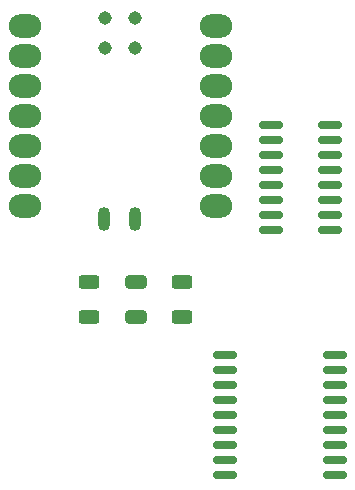
<source format=gbr>
%TF.GenerationSoftware,KiCad,Pcbnew,(6.0.6)*%
%TF.CreationDate,2022-07-29T16:25:05-07:00*%
%TF.ProjectId,ubitx raduino clone daughter board,75626974-7820-4726-9164-75696e6f2063,rev?*%
%TF.SameCoordinates,Original*%
%TF.FileFunction,Paste,Bot*%
%TF.FilePolarity,Positive*%
%FSLAX46Y46*%
G04 Gerber Fmt 4.6, Leading zero omitted, Abs format (unit mm)*
G04 Created by KiCad (PCBNEW (6.0.6)) date 2022-07-29 16:25:05*
%MOMM*%
%LPD*%
G01*
G04 APERTURE LIST*
G04 Aperture macros list*
%AMRoundRect*
0 Rectangle with rounded corners*
0 $1 Rounding radius*
0 $2 $3 $4 $5 $6 $7 $8 $9 X,Y pos of 4 corners*
0 Add a 4 corners polygon primitive as box body*
4,1,4,$2,$3,$4,$5,$6,$7,$8,$9,$2,$3,0*
0 Add four circle primitives for the rounded corners*
1,1,$1+$1,$2,$3*
1,1,$1+$1,$4,$5*
1,1,$1+$1,$6,$7*
1,1,$1+$1,$8,$9*
0 Add four rect primitives between the rounded corners*
20,1,$1+$1,$2,$3,$4,$5,0*
20,1,$1+$1,$4,$5,$6,$7,0*
20,1,$1+$1,$6,$7,$8,$9,0*
20,1,$1+$1,$8,$9,$2,$3,0*%
G04 Aperture macros list end*
%ADD10RoundRect,0.150000X-0.875000X-0.150000X0.875000X-0.150000X0.875000X0.150000X-0.875000X0.150000X0*%
%ADD11RoundRect,0.250000X0.625000X-0.312500X0.625000X0.312500X-0.625000X0.312500X-0.625000X-0.312500X0*%
%ADD12O,2.748280X1.998980*%
%ADD13O,1.016000X2.032000*%
%ADD14C,1.143000*%
%ADD15RoundRect,0.250000X-0.625000X0.312500X-0.625000X-0.312500X0.625000X-0.312500X0.625000X0.312500X0*%
%ADD16RoundRect,0.150000X0.825000X0.150000X-0.825000X0.150000X-0.825000X-0.150000X0.825000X-0.150000X0*%
%ADD17RoundRect,0.250000X-0.650000X0.325000X-0.650000X-0.325000X0.650000X-0.325000X0.650000X0.325000X0*%
G04 APERTURE END LIST*
D10*
%TO.C,U1*%
X163748000Y-98764000D03*
X163748000Y-97494000D03*
X163748000Y-96224000D03*
X163748000Y-94954000D03*
X163748000Y-93684000D03*
X163748000Y-92414000D03*
X163748000Y-91144000D03*
X163748000Y-89874000D03*
X163748000Y-88604000D03*
X173048000Y-88604000D03*
X173048000Y-89874000D03*
X173048000Y-91144000D03*
X173048000Y-92414000D03*
X173048000Y-93684000D03*
X173048000Y-94954000D03*
X173048000Y-96224000D03*
X173048000Y-97494000D03*
X173048000Y-98764000D03*
%TD*%
D11*
%TO.C,R2*%
X152269000Y-85367500D03*
X152269000Y-82442500D03*
%TD*%
D12*
%TO.C,M1*%
X162971290Y-60776490D03*
X162971290Y-63316490D03*
X162971290Y-65856490D03*
X162971290Y-68396490D03*
X162971290Y-70936490D03*
X162971290Y-73476490D03*
X162971290Y-76016490D03*
X146806730Y-76016490D03*
X146806730Y-73476490D03*
X146806730Y-70936490D03*
X146806730Y-68396490D03*
X146806730Y-65856490D03*
X146806730Y-63316490D03*
X146806730Y-60776490D03*
D13*
X156104410Y-77094310D03*
X153554410Y-77094310D03*
D14*
X156105607Y-60090123D03*
X153565607Y-60090123D03*
X156105607Y-62630123D03*
X153565607Y-62630123D03*
%TD*%
D15*
%TO.C,R1*%
X160143000Y-82442500D03*
X160143000Y-85367500D03*
%TD*%
D16*
%TO.C,U2*%
X172651000Y-69173000D03*
X172651000Y-70443000D03*
X172651000Y-71713000D03*
X172651000Y-72983000D03*
X172651000Y-74253000D03*
X172651000Y-75523000D03*
X172651000Y-76793000D03*
X172651000Y-78063000D03*
X167701000Y-78063000D03*
X167701000Y-76793000D03*
X167701000Y-75523000D03*
X167701000Y-74253000D03*
X167701000Y-72983000D03*
X167701000Y-71713000D03*
X167701000Y-70443000D03*
X167701000Y-69173000D03*
%TD*%
D17*
%TO.C,C1*%
X156206000Y-82450000D03*
X156206000Y-85400000D03*
%TD*%
M02*

</source>
